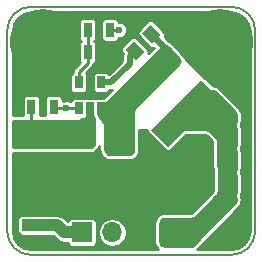
<source format=gbr>
G04 #@! TF.FileFunction,Copper,L1,Top,Signal*
%FSLAX46Y46*%
G04 Gerber Fmt 4.6, Leading zero omitted, Abs format (unit mm)*
G04 Created by KiCad (PCBNEW 4.0.5) date Sunday, 09. April 2017 'u35' 15:35:46*
%MOMM*%
%LPD*%
G01*
G04 APERTURE LIST*
%ADD10C,0.100000*%
%ADD11C,0.150000*%
%ADD12R,0.650000X1.060000*%
%ADD13C,5.600000*%
%ADD14R,2.300000X2.500000*%
%ADD15R,1.700000X1.700000*%
%ADD16O,1.700000X1.700000*%
%ADD17R,0.700000X1.300000*%
%ADD18R,2.500000X1.000000*%
%ADD19R,1.000000X2.500000*%
%ADD20C,0.600000*%
%ADD21C,0.250000*%
%ADD22C,0.500000*%
%ADD23C,1.000000*%
%ADD24C,0.254000*%
G04 APERTURE END LIST*
D10*
D11*
X139000000Y-110000000D02*
G75*
G03X141000000Y-108000000I0J2000000D01*
G01*
X120000000Y-108000000D02*
G75*
G03X122000000Y-110000000I2000000J0D01*
G01*
X141000000Y-91000000D02*
G75*
G03X139000000Y-89000000I-2000000J0D01*
G01*
X122000000Y-89000000D02*
G75*
G03X120000000Y-91000000I0J-2000000D01*
G01*
X139000000Y-110000000D02*
X122000000Y-110000000D01*
X141000000Y-91000000D02*
X141000000Y-108000000D01*
X122000000Y-89000000D02*
X139000000Y-89000000D01*
X120000000Y-108000000D02*
X120000000Y-91000000D01*
D12*
X127950000Y-95400000D03*
X127000000Y-95400000D03*
X126050000Y-95400000D03*
X126050000Y-97600000D03*
X127950000Y-97600000D03*
X127000000Y-97600000D03*
D13*
X138000000Y-92000000D03*
X123000000Y-92000000D03*
D10*
G36*
X130881281Y-93502602D02*
X129997398Y-92618719D01*
X130704505Y-91911612D01*
X131588388Y-92795495D01*
X130881281Y-93502602D01*
X130881281Y-93502602D01*
G37*
G36*
X132295495Y-92088388D02*
X131411612Y-91204505D01*
X132118719Y-90497398D01*
X133002602Y-91381281D01*
X132295495Y-92088388D01*
X132295495Y-92088388D01*
G37*
D14*
X129500000Y-100230000D03*
X129500000Y-104530000D03*
D15*
X126350000Y-108095000D03*
D16*
X128890000Y-108095000D03*
X131430000Y-108095000D03*
X133970000Y-108095000D03*
D17*
X123950000Y-97500000D03*
X122050000Y-97500000D03*
X128705000Y-90950000D03*
X126805000Y-90950000D03*
X126805000Y-92855000D03*
X128705000Y-92855000D03*
D10*
G36*
X137848707Y-96606066D02*
X133606066Y-100848707D01*
X132191853Y-99434494D01*
X136434494Y-95191853D01*
X137848707Y-96606066D01*
X137848707Y-96606066D01*
G37*
G36*
X134808147Y-93565506D02*
X130565506Y-97808147D01*
X129151293Y-96393934D01*
X133393934Y-92151293D01*
X134808147Y-93565506D01*
X134808147Y-93565506D01*
G37*
D18*
X122500000Y-107500000D03*
X122500000Y-104500000D03*
X122500000Y-99500000D03*
X122500000Y-102500000D03*
X125500000Y-99500000D03*
X125500000Y-102500000D03*
D19*
X138500000Y-101500000D03*
X135500000Y-101500000D03*
X138500000Y-104500000D03*
X135500000Y-104500000D03*
D20*
X124500000Y-100500000D03*
X123500000Y-100500000D03*
X121500000Y-100500000D03*
X123500000Y-103500000D03*
X137000000Y-109000000D03*
X137000000Y-104500000D03*
X137000000Y-101500000D03*
X121000000Y-97000000D03*
X126500000Y-103500000D03*
X124500000Y-103500000D03*
X127500000Y-103500000D03*
X127500000Y-105500000D03*
X122000000Y-109000000D03*
X131500000Y-105500000D03*
X131500000Y-103500000D03*
X128000000Y-96500000D03*
X126000000Y-96500000D03*
X127000000Y-96500000D03*
X126000000Y-90000000D03*
X121000000Y-95000000D03*
X140000000Y-99000000D03*
X140000000Y-101000000D03*
X131000000Y-90000000D03*
X133000000Y-90000000D03*
X135000000Y-90000000D03*
X140000000Y-97000000D03*
X140000000Y-95000000D03*
X140000000Y-103000000D03*
X139000000Y-109000000D03*
X140000000Y-108000000D03*
X140000000Y-105000000D03*
X138645000Y-103000000D03*
X129500000Y-90950000D03*
X125000000Y-97600000D03*
D21*
X125500000Y-99500000D02*
X124500000Y-100500000D01*
X122500000Y-99500000D02*
X123500000Y-100500000D01*
X122500000Y-99500000D02*
X121500000Y-100500000D01*
D22*
X121425009Y-100200001D02*
X121125010Y-100500000D01*
X122000000Y-99625010D02*
X121425009Y-100200001D01*
X122000000Y-99500000D02*
X122000000Y-99625010D01*
D21*
X122050000Y-97500000D02*
X122050000Y-99450000D01*
X122050000Y-99450000D02*
X122000000Y-99500000D01*
X127000000Y-97600000D02*
X127000000Y-98380000D01*
X127000000Y-98380000D02*
X125880000Y-99500000D01*
X125880000Y-99500000D02*
X125500000Y-99500000D01*
D22*
X125500000Y-99500000D02*
X126500000Y-100500000D01*
X125500000Y-99500000D02*
X125500000Y-100500000D01*
X122000000Y-99500000D02*
X123000000Y-100500000D01*
X122000000Y-99500000D02*
X122000000Y-100500000D01*
D23*
X126350000Y-108095000D02*
X124845000Y-108095000D01*
X124845000Y-108095000D02*
X124250000Y-107500000D01*
X124250000Y-107500000D02*
X122000000Y-107500000D01*
D21*
X122500000Y-102500000D02*
X123500000Y-103500000D01*
X121000000Y-95000000D02*
X121000000Y-94000000D01*
X121000000Y-94000000D02*
X123000000Y-92000000D01*
X121000000Y-97000000D02*
X121000000Y-95000000D01*
X139000000Y-109000000D02*
X137000000Y-109000000D01*
X135500000Y-104500000D02*
X137000000Y-104500000D01*
X135500000Y-101500000D02*
X137000000Y-101500000D01*
X125500000Y-102500000D02*
X126500000Y-103500000D01*
X125500000Y-102500000D02*
X124500000Y-103500000D01*
X128100000Y-104530000D02*
X127500000Y-103930000D01*
X127500000Y-103930000D02*
X127500000Y-103500000D01*
X129500000Y-104530000D02*
X128100000Y-104530000D01*
X128100000Y-104530000D02*
X127500000Y-105130000D01*
X127500000Y-105130000D02*
X127500000Y-105500000D01*
X130900000Y-104530000D02*
X131500000Y-105130000D01*
X131500000Y-105130000D02*
X131500000Y-105500000D01*
X129500000Y-104530000D02*
X130900000Y-104530000D01*
X130900000Y-104530000D02*
X131500000Y-103930000D01*
X131500000Y-103930000D02*
X131500000Y-103500000D01*
X127000000Y-96500000D02*
X128000000Y-96500000D01*
X127000000Y-95400000D02*
X127000000Y-96500000D01*
X124000000Y-92000000D02*
X126000000Y-90000000D01*
X140000000Y-101000000D02*
X140000000Y-99000000D01*
X123000000Y-92000000D02*
X124000000Y-92000000D01*
X135000000Y-90000000D02*
X133000000Y-90000000D01*
X140000000Y-95000000D02*
X140000000Y-97000000D01*
X140000000Y-105000000D02*
X140000000Y-102000000D01*
X139000000Y-109000000D02*
X140000000Y-108000000D01*
D22*
X125945000Y-102205000D02*
X125715000Y-101975000D01*
X129175000Y-103895000D02*
X130415000Y-103895000D01*
X123175000Y-101975000D02*
X125715000Y-101975000D01*
X130368630Y-93806370D02*
X130368630Y-93131370D01*
X130368630Y-93131370D02*
X130792893Y-92707107D01*
X127950000Y-95400000D02*
X128775000Y-95400000D01*
X128775000Y-95400000D02*
X130368630Y-93806370D01*
D21*
X133914214Y-93414214D02*
X133500000Y-93828428D01*
X133914214Y-93000000D02*
X133914214Y-93414214D01*
D22*
X132207107Y-91292893D02*
X133914214Y-93000000D01*
X130710000Y-97130000D02*
X131810000Y-96030000D01*
X131810000Y-96030000D02*
X131810000Y-94110000D01*
X131810000Y-94110000D02*
X133065000Y-92855000D01*
X132065000Y-95650000D02*
X131810000Y-95395000D01*
X138645000Y-103650000D02*
X138645000Y-103000000D01*
X138645000Y-103000000D02*
X138645000Y-101745000D01*
D21*
X128705000Y-90950000D02*
X129500000Y-90950000D01*
X138645000Y-101110000D02*
X138645000Y-99800000D01*
X135020280Y-98020280D02*
X136865280Y-98020280D01*
X136865280Y-98020280D02*
X138645000Y-99800000D01*
D22*
X138645000Y-101110000D02*
X138645000Y-101745000D01*
X138645000Y-100475000D02*
X138645000Y-101110000D01*
X138645000Y-105960000D02*
X138645000Y-103650000D01*
X136510000Y-108095000D02*
X138645000Y-105960000D01*
X133970000Y-108095000D02*
X136510000Y-108095000D01*
D21*
X125000000Y-97600000D02*
X124050000Y-97600000D01*
X126050000Y-97600000D02*
X125000000Y-97600000D01*
X124050000Y-97600000D02*
X123950000Y-97500000D01*
X126805000Y-92855000D02*
X126805000Y-93755000D01*
X126050000Y-94510000D02*
X126050000Y-95400000D01*
X126805000Y-93755000D02*
X126050000Y-94510000D01*
X126805000Y-92855000D02*
X126805000Y-90950000D01*
X126805000Y-92520000D02*
X126805000Y-92220000D01*
D24*
G36*
X139587445Y-89581784D02*
X140085456Y-89914544D01*
X140418216Y-90412555D01*
X140544000Y-91044911D01*
X140544000Y-107955089D01*
X140418216Y-108587445D01*
X140085456Y-109085456D01*
X139587445Y-109418216D01*
X138955088Y-109544000D01*
X136091121Y-109544000D01*
X136130951Y-109512648D01*
X136168668Y-109478652D01*
X139632133Y-105910877D01*
X139677885Y-105853629D01*
X139782472Y-105693269D01*
X139837298Y-105558079D01*
X139873952Y-105370169D01*
X139881000Y-105297225D01*
X139881000Y-98207107D01*
X139877741Y-98157377D01*
X139860704Y-98027967D01*
X139834961Y-97931895D01*
X139785011Y-97811305D01*
X139735280Y-97725168D01*
X139655820Y-97621614D01*
X139622961Y-97584145D01*
X137915855Y-95877039D01*
X137858120Y-95829657D01*
X137695908Y-95721270D01*
X137558564Y-95664381D01*
X137431025Y-95639012D01*
X136709180Y-94917167D01*
X136590558Y-94836117D01*
X136492950Y-94814943D01*
X136489803Y-94810197D01*
X135189803Y-93510197D01*
X135184472Y-93506554D01*
X135168059Y-93419330D01*
X135082833Y-93290820D01*
X134984999Y-93192986D01*
X134891519Y-93044158D01*
X134846837Y-92986226D01*
X134031134Y-92116143D01*
X133985975Y-92075117D01*
X133859617Y-91977588D01*
X133752707Y-91919593D01*
X133711884Y-91905302D01*
X133352488Y-91545906D01*
X133358338Y-91537345D01*
X133391029Y-91386648D01*
X133362514Y-91235105D01*
X133277288Y-91106595D01*
X132393405Y-90222712D01*
X132274783Y-90141662D01*
X132124086Y-90108971D01*
X131972543Y-90137486D01*
X131844033Y-90222712D01*
X131136926Y-90929819D01*
X131055876Y-91048441D01*
X131023185Y-91199138D01*
X131051700Y-91350681D01*
X131136926Y-91479191D01*
X132020809Y-92363074D01*
X132139431Y-92444124D01*
X132290128Y-92476815D01*
X132406212Y-92454972D01*
X131953681Y-92907503D01*
X131976815Y-92800862D01*
X131948300Y-92649319D01*
X131863074Y-92520809D01*
X130979191Y-91636926D01*
X130860569Y-91555876D01*
X130709872Y-91523185D01*
X130558329Y-91551700D01*
X130429819Y-91636926D01*
X129722712Y-92344033D01*
X129641662Y-92462655D01*
X129608971Y-92613352D01*
X129637486Y-92764895D01*
X129722712Y-92893405D01*
X129774636Y-92945329D01*
X129737630Y-93131370D01*
X129737630Y-93545002D01*
X128604370Y-94678262D01*
X128553454Y-94599135D01*
X128426134Y-94512141D01*
X128275000Y-94481536D01*
X127625000Y-94481536D01*
X127483810Y-94508103D01*
X127354135Y-94591546D01*
X127267141Y-94718866D01*
X127236536Y-94870000D01*
X127236536Y-95930000D01*
X127263103Y-96071190D01*
X127346546Y-96200865D01*
X127473866Y-96287859D01*
X127625000Y-96318464D01*
X128275000Y-96318464D01*
X128416190Y-96291897D01*
X128545865Y-96208454D01*
X128632859Y-96081134D01*
X128643011Y-96031000D01*
X128775000Y-96031000D01*
X128843886Y-96017298D01*
X128203573Y-96657611D01*
X128167766Y-96681536D01*
X127625000Y-96681536D01*
X127483810Y-96708103D01*
X127476813Y-96712605D01*
X127476134Y-96712141D01*
X127325000Y-96681536D01*
X126675000Y-96681536D01*
X126533810Y-96708103D01*
X126526813Y-96712605D01*
X126526134Y-96712141D01*
X126375000Y-96681536D01*
X125725000Y-96681536D01*
X125583810Y-96708103D01*
X125454135Y-96791546D01*
X125367141Y-96918866D01*
X125349170Y-97007612D01*
X125136054Y-96919118D01*
X124865135Y-96918882D01*
X124688464Y-96991880D01*
X124688464Y-96850000D01*
X124661897Y-96708810D01*
X124578454Y-96579135D01*
X124451134Y-96492141D01*
X124300000Y-96461536D01*
X123600000Y-96461536D01*
X123458810Y-96488103D01*
X123329135Y-96571546D01*
X123242141Y-96698866D01*
X123211536Y-96850000D01*
X123211536Y-98119000D01*
X122788464Y-98119000D01*
X122788464Y-96850000D01*
X122761897Y-96708810D01*
X122678454Y-96579135D01*
X122551134Y-96492141D01*
X122400000Y-96461536D01*
X121700000Y-96461536D01*
X121558810Y-96488103D01*
X121429135Y-96571546D01*
X121342141Y-96698866D01*
X121311536Y-96850000D01*
X121311536Y-98119000D01*
X120500000Y-98119000D01*
X120456000Y-98123334D01*
X120456000Y-94870000D01*
X125336536Y-94870000D01*
X125336536Y-95930000D01*
X125363103Y-96071190D01*
X125446546Y-96200865D01*
X125573866Y-96287859D01*
X125725000Y-96318464D01*
X126375000Y-96318464D01*
X126516190Y-96291897D01*
X126645865Y-96208454D01*
X126732859Y-96081134D01*
X126763464Y-95930000D01*
X126763464Y-94870000D01*
X126736897Y-94728810D01*
X126662460Y-94613132D01*
X127162796Y-94112796D01*
X127272483Y-93948638D01*
X127288453Y-93868353D01*
X127296190Y-93866897D01*
X127425865Y-93783454D01*
X127512859Y-93656134D01*
X127543464Y-93505000D01*
X127543464Y-92205000D01*
X127516897Y-92063810D01*
X127433454Y-91934135D01*
X127387805Y-91902945D01*
X127425865Y-91878454D01*
X127512859Y-91751134D01*
X127543464Y-91600000D01*
X127543464Y-90300000D01*
X127966536Y-90300000D01*
X127966536Y-91600000D01*
X127993103Y-91741190D01*
X128076546Y-91870865D01*
X128203866Y-91957859D01*
X128355000Y-91988464D01*
X129055000Y-91988464D01*
X129196190Y-91961897D01*
X129325865Y-91878454D01*
X129412859Y-91751134D01*
X129437197Y-91630946D01*
X129634865Y-91631118D01*
X129885252Y-91527661D01*
X130076987Y-91336259D01*
X130180882Y-91086054D01*
X130181118Y-90815135D01*
X130077661Y-90564748D01*
X129886259Y-90373013D01*
X129636054Y-90269118D01*
X129437621Y-90268945D01*
X129416897Y-90158810D01*
X129333454Y-90029135D01*
X129206134Y-89942141D01*
X129055000Y-89911536D01*
X128355000Y-89911536D01*
X128213810Y-89938103D01*
X128084135Y-90021546D01*
X127997141Y-90148866D01*
X127966536Y-90300000D01*
X127543464Y-90300000D01*
X127516897Y-90158810D01*
X127433454Y-90029135D01*
X127306134Y-89942141D01*
X127155000Y-89911536D01*
X126455000Y-89911536D01*
X126313810Y-89938103D01*
X126184135Y-90021546D01*
X126097141Y-90148866D01*
X126066536Y-90300000D01*
X126066536Y-91600000D01*
X126093103Y-91741190D01*
X126176546Y-91870865D01*
X126222195Y-91902055D01*
X126184135Y-91926546D01*
X126097141Y-92053866D01*
X126066536Y-92205000D01*
X126066536Y-93505000D01*
X126093103Y-93646190D01*
X126134259Y-93710149D01*
X125692204Y-94152204D01*
X125582517Y-94316362D01*
X125544000Y-94510000D01*
X125544000Y-94533720D01*
X125454135Y-94591546D01*
X125367141Y-94718866D01*
X125336536Y-94870000D01*
X120456000Y-94870000D01*
X120456000Y-91044912D01*
X120581784Y-90412555D01*
X120914544Y-89914544D01*
X121412555Y-89581784D01*
X122044911Y-89456000D01*
X138955088Y-89456000D01*
X139587445Y-89581784D01*
X139587445Y-89581784D01*
G37*
X139587445Y-89581784D02*
X140085456Y-89914544D01*
X140418216Y-90412555D01*
X140544000Y-91044911D01*
X140544000Y-107955089D01*
X140418216Y-108587445D01*
X140085456Y-109085456D01*
X139587445Y-109418216D01*
X138955088Y-109544000D01*
X136091121Y-109544000D01*
X136130951Y-109512648D01*
X136168668Y-109478652D01*
X139632133Y-105910877D01*
X139677885Y-105853629D01*
X139782472Y-105693269D01*
X139837298Y-105558079D01*
X139873952Y-105370169D01*
X139881000Y-105297225D01*
X139881000Y-98207107D01*
X139877741Y-98157377D01*
X139860704Y-98027967D01*
X139834961Y-97931895D01*
X139785011Y-97811305D01*
X139735280Y-97725168D01*
X139655820Y-97621614D01*
X139622961Y-97584145D01*
X137915855Y-95877039D01*
X137858120Y-95829657D01*
X137695908Y-95721270D01*
X137558564Y-95664381D01*
X137431025Y-95639012D01*
X136709180Y-94917167D01*
X136590558Y-94836117D01*
X136492950Y-94814943D01*
X136489803Y-94810197D01*
X135189803Y-93510197D01*
X135184472Y-93506554D01*
X135168059Y-93419330D01*
X135082833Y-93290820D01*
X134984999Y-93192986D01*
X134891519Y-93044158D01*
X134846837Y-92986226D01*
X134031134Y-92116143D01*
X133985975Y-92075117D01*
X133859617Y-91977588D01*
X133752707Y-91919593D01*
X133711884Y-91905302D01*
X133352488Y-91545906D01*
X133358338Y-91537345D01*
X133391029Y-91386648D01*
X133362514Y-91235105D01*
X133277288Y-91106595D01*
X132393405Y-90222712D01*
X132274783Y-90141662D01*
X132124086Y-90108971D01*
X131972543Y-90137486D01*
X131844033Y-90222712D01*
X131136926Y-90929819D01*
X131055876Y-91048441D01*
X131023185Y-91199138D01*
X131051700Y-91350681D01*
X131136926Y-91479191D01*
X132020809Y-92363074D01*
X132139431Y-92444124D01*
X132290128Y-92476815D01*
X132406212Y-92454972D01*
X131953681Y-92907503D01*
X131976815Y-92800862D01*
X131948300Y-92649319D01*
X131863074Y-92520809D01*
X130979191Y-91636926D01*
X130860569Y-91555876D01*
X130709872Y-91523185D01*
X130558329Y-91551700D01*
X130429819Y-91636926D01*
X129722712Y-92344033D01*
X129641662Y-92462655D01*
X129608971Y-92613352D01*
X129637486Y-92764895D01*
X129722712Y-92893405D01*
X129774636Y-92945329D01*
X129737630Y-93131370D01*
X129737630Y-93545002D01*
X128604370Y-94678262D01*
X128553454Y-94599135D01*
X128426134Y-94512141D01*
X128275000Y-94481536D01*
X127625000Y-94481536D01*
X127483810Y-94508103D01*
X127354135Y-94591546D01*
X127267141Y-94718866D01*
X127236536Y-94870000D01*
X127236536Y-95930000D01*
X127263103Y-96071190D01*
X127346546Y-96200865D01*
X127473866Y-96287859D01*
X127625000Y-96318464D01*
X128275000Y-96318464D01*
X128416190Y-96291897D01*
X128545865Y-96208454D01*
X128632859Y-96081134D01*
X128643011Y-96031000D01*
X128775000Y-96031000D01*
X128843886Y-96017298D01*
X128203573Y-96657611D01*
X128167766Y-96681536D01*
X127625000Y-96681536D01*
X127483810Y-96708103D01*
X127476813Y-96712605D01*
X127476134Y-96712141D01*
X127325000Y-96681536D01*
X126675000Y-96681536D01*
X126533810Y-96708103D01*
X126526813Y-96712605D01*
X126526134Y-96712141D01*
X126375000Y-96681536D01*
X125725000Y-96681536D01*
X125583810Y-96708103D01*
X125454135Y-96791546D01*
X125367141Y-96918866D01*
X125349170Y-97007612D01*
X125136054Y-96919118D01*
X124865135Y-96918882D01*
X124688464Y-96991880D01*
X124688464Y-96850000D01*
X124661897Y-96708810D01*
X124578454Y-96579135D01*
X124451134Y-96492141D01*
X124300000Y-96461536D01*
X123600000Y-96461536D01*
X123458810Y-96488103D01*
X123329135Y-96571546D01*
X123242141Y-96698866D01*
X123211536Y-96850000D01*
X123211536Y-98119000D01*
X122788464Y-98119000D01*
X122788464Y-96850000D01*
X122761897Y-96708810D01*
X122678454Y-96579135D01*
X122551134Y-96492141D01*
X122400000Y-96461536D01*
X121700000Y-96461536D01*
X121558810Y-96488103D01*
X121429135Y-96571546D01*
X121342141Y-96698866D01*
X121311536Y-96850000D01*
X121311536Y-98119000D01*
X120500000Y-98119000D01*
X120456000Y-98123334D01*
X120456000Y-94870000D01*
X125336536Y-94870000D01*
X125336536Y-95930000D01*
X125363103Y-96071190D01*
X125446546Y-96200865D01*
X125573866Y-96287859D01*
X125725000Y-96318464D01*
X126375000Y-96318464D01*
X126516190Y-96291897D01*
X126645865Y-96208454D01*
X126732859Y-96081134D01*
X126763464Y-95930000D01*
X126763464Y-94870000D01*
X126736897Y-94728810D01*
X126662460Y-94613132D01*
X127162796Y-94112796D01*
X127272483Y-93948638D01*
X127288453Y-93868353D01*
X127296190Y-93866897D01*
X127425865Y-93783454D01*
X127512859Y-93656134D01*
X127543464Y-93505000D01*
X127543464Y-92205000D01*
X127516897Y-92063810D01*
X127433454Y-91934135D01*
X127387805Y-91902945D01*
X127425865Y-91878454D01*
X127512859Y-91751134D01*
X127543464Y-91600000D01*
X127543464Y-90300000D01*
X127966536Y-90300000D01*
X127966536Y-91600000D01*
X127993103Y-91741190D01*
X128076546Y-91870865D01*
X128203866Y-91957859D01*
X128355000Y-91988464D01*
X129055000Y-91988464D01*
X129196190Y-91961897D01*
X129325865Y-91878454D01*
X129412859Y-91751134D01*
X129437197Y-91630946D01*
X129634865Y-91631118D01*
X129885252Y-91527661D01*
X130076987Y-91336259D01*
X130180882Y-91086054D01*
X130181118Y-90815135D01*
X130077661Y-90564748D01*
X129886259Y-90373013D01*
X129636054Y-90269118D01*
X129437621Y-90268945D01*
X129416897Y-90158810D01*
X129333454Y-90029135D01*
X129206134Y-89942141D01*
X129055000Y-89911536D01*
X128355000Y-89911536D01*
X128213810Y-89938103D01*
X128084135Y-90021546D01*
X127997141Y-90148866D01*
X127966536Y-90300000D01*
X127543464Y-90300000D01*
X127516897Y-90158810D01*
X127433454Y-90029135D01*
X127306134Y-89942141D01*
X127155000Y-89911536D01*
X126455000Y-89911536D01*
X126313810Y-89938103D01*
X126184135Y-90021546D01*
X126097141Y-90148866D01*
X126066536Y-90300000D01*
X126066536Y-91600000D01*
X126093103Y-91741190D01*
X126176546Y-91870865D01*
X126222195Y-91902055D01*
X126184135Y-91926546D01*
X126097141Y-92053866D01*
X126066536Y-92205000D01*
X126066536Y-93505000D01*
X126093103Y-93646190D01*
X126134259Y-93710149D01*
X125692204Y-94152204D01*
X125582517Y-94316362D01*
X125544000Y-94510000D01*
X125544000Y-94533720D01*
X125454135Y-94591546D01*
X125367141Y-94718866D01*
X125336536Y-94870000D01*
X120456000Y-94870000D01*
X120456000Y-91044912D01*
X120581784Y-90412555D01*
X120914544Y-89914544D01*
X121412555Y-89581784D01*
X122044911Y-89456000D01*
X138955088Y-89456000D01*
X139587445Y-89581784D01*
G36*
X131803426Y-99429127D02*
X131831941Y-99580670D01*
X131917167Y-99709180D01*
X133331380Y-101123393D01*
X133450002Y-101204443D01*
X133600699Y-101237134D01*
X133752242Y-101208619D01*
X133880752Y-101123393D01*
X135123145Y-99881000D01*
X136755369Y-99881000D01*
X136835574Y-99896954D01*
X136903573Y-99942389D01*
X137320571Y-100359387D01*
X137365853Y-100427011D01*
X137381969Y-100506789D01*
X137398076Y-104561146D01*
X137390993Y-104616362D01*
X137379436Y-104644421D01*
X137345577Y-104688607D01*
X135651573Y-106382611D01*
X135583574Y-106428046D01*
X135503369Y-106444000D01*
X133327000Y-106444000D01*
X133252671Y-106451321D01*
X133061329Y-106489381D01*
X132923984Y-106546271D01*
X132761773Y-106654658D01*
X132656658Y-106759773D01*
X132548271Y-106921984D01*
X132491381Y-107059329D01*
X132453321Y-107250671D01*
X132446000Y-107325000D01*
X132446000Y-108865000D01*
X132453321Y-108939329D01*
X132491381Y-109130671D01*
X132548271Y-109268016D01*
X132656658Y-109430227D01*
X132761773Y-109535342D01*
X132774730Y-109544000D01*
X122044911Y-109544000D01*
X121412555Y-109418216D01*
X120914544Y-109085456D01*
X120581784Y-108587445D01*
X120456000Y-107955088D01*
X120456000Y-107000000D01*
X120861536Y-107000000D01*
X120861536Y-108000000D01*
X120888103Y-108141190D01*
X120971546Y-108270865D01*
X121098866Y-108357859D01*
X121250000Y-108388464D01*
X123750000Y-108388464D01*
X123789667Y-108381000D01*
X123885078Y-108381000D01*
X124222039Y-108717961D01*
X124507856Y-108908938D01*
X124845000Y-108976000D01*
X125117369Y-108976000D01*
X125138103Y-109086190D01*
X125221546Y-109215865D01*
X125348866Y-109302859D01*
X125500000Y-109333464D01*
X127200000Y-109333464D01*
X127341190Y-109306897D01*
X127470865Y-109223454D01*
X127557859Y-109096134D01*
X127588464Y-108945000D01*
X127588464Y-108070883D01*
X127659000Y-108070883D01*
X127659000Y-108119117D01*
X127752704Y-108590200D01*
X128019552Y-108989565D01*
X128418917Y-109256413D01*
X128890000Y-109350117D01*
X129361083Y-109256413D01*
X129760448Y-108989565D01*
X130027296Y-108590200D01*
X130121000Y-108119117D01*
X130121000Y-108070883D01*
X130027296Y-107599800D01*
X129760448Y-107200435D01*
X129361083Y-106933587D01*
X128890000Y-106839883D01*
X128418917Y-106933587D01*
X128019552Y-107200435D01*
X127752704Y-107599800D01*
X127659000Y-108070883D01*
X127588464Y-108070883D01*
X127588464Y-107245000D01*
X127561897Y-107103810D01*
X127478454Y-106974135D01*
X127351134Y-106887141D01*
X127200000Y-106856536D01*
X125500000Y-106856536D01*
X125358810Y-106883103D01*
X125229135Y-106966546D01*
X125142141Y-107093866D01*
X125133325Y-107137403D01*
X124872961Y-106877039D01*
X124587144Y-106686062D01*
X124250000Y-106619000D01*
X123786859Y-106619000D01*
X123750000Y-106611536D01*
X121250000Y-106611536D01*
X121108810Y-106638103D01*
X120979135Y-106721546D01*
X120892141Y-106848866D01*
X120861536Y-107000000D01*
X120456000Y-107000000D01*
X120456000Y-101376666D01*
X120500000Y-101381000D01*
X127000000Y-101381000D01*
X127074329Y-101373679D01*
X127265671Y-101335619D01*
X127403016Y-101278729D01*
X127565227Y-101170342D01*
X127670342Y-101065227D01*
X127778729Y-100903016D01*
X127819000Y-100805793D01*
X127819000Y-101100000D01*
X127826321Y-101174329D01*
X127864381Y-101365671D01*
X127921271Y-101503016D01*
X127983348Y-101595920D01*
X127988103Y-101621190D01*
X128071546Y-101750865D01*
X128198866Y-101837859D01*
X128251887Y-101848596D01*
X128296984Y-101878729D01*
X128434329Y-101935619D01*
X128625671Y-101973679D01*
X128700000Y-101981000D01*
X130300000Y-101981000D01*
X130374329Y-101973679D01*
X130565671Y-101935619D01*
X130703016Y-101878729D01*
X130745182Y-101850554D01*
X130791190Y-101841897D01*
X130920865Y-101758454D01*
X131007859Y-101631134D01*
X131014267Y-101599489D01*
X131078729Y-101503016D01*
X131135619Y-101365671D01*
X131173679Y-101174329D01*
X131181000Y-101100000D01*
X131181000Y-99427000D01*
X131803887Y-99427000D01*
X131803426Y-99429127D01*
X131803426Y-99429127D01*
G37*
X131803426Y-99429127D02*
X131831941Y-99580670D01*
X131917167Y-99709180D01*
X133331380Y-101123393D01*
X133450002Y-101204443D01*
X133600699Y-101237134D01*
X133752242Y-101208619D01*
X133880752Y-101123393D01*
X135123145Y-99881000D01*
X136755369Y-99881000D01*
X136835574Y-99896954D01*
X136903573Y-99942389D01*
X137320571Y-100359387D01*
X137365853Y-100427011D01*
X137381969Y-100506789D01*
X137398076Y-104561146D01*
X137390993Y-104616362D01*
X137379436Y-104644421D01*
X137345577Y-104688607D01*
X135651573Y-106382611D01*
X135583574Y-106428046D01*
X135503369Y-106444000D01*
X133327000Y-106444000D01*
X133252671Y-106451321D01*
X133061329Y-106489381D01*
X132923984Y-106546271D01*
X132761773Y-106654658D01*
X132656658Y-106759773D01*
X132548271Y-106921984D01*
X132491381Y-107059329D01*
X132453321Y-107250671D01*
X132446000Y-107325000D01*
X132446000Y-108865000D01*
X132453321Y-108939329D01*
X132491381Y-109130671D01*
X132548271Y-109268016D01*
X132656658Y-109430227D01*
X132761773Y-109535342D01*
X132774730Y-109544000D01*
X122044911Y-109544000D01*
X121412555Y-109418216D01*
X120914544Y-109085456D01*
X120581784Y-108587445D01*
X120456000Y-107955088D01*
X120456000Y-107000000D01*
X120861536Y-107000000D01*
X120861536Y-108000000D01*
X120888103Y-108141190D01*
X120971546Y-108270865D01*
X121098866Y-108357859D01*
X121250000Y-108388464D01*
X123750000Y-108388464D01*
X123789667Y-108381000D01*
X123885078Y-108381000D01*
X124222039Y-108717961D01*
X124507856Y-108908938D01*
X124845000Y-108976000D01*
X125117369Y-108976000D01*
X125138103Y-109086190D01*
X125221546Y-109215865D01*
X125348866Y-109302859D01*
X125500000Y-109333464D01*
X127200000Y-109333464D01*
X127341190Y-109306897D01*
X127470865Y-109223454D01*
X127557859Y-109096134D01*
X127588464Y-108945000D01*
X127588464Y-108070883D01*
X127659000Y-108070883D01*
X127659000Y-108119117D01*
X127752704Y-108590200D01*
X128019552Y-108989565D01*
X128418917Y-109256413D01*
X128890000Y-109350117D01*
X129361083Y-109256413D01*
X129760448Y-108989565D01*
X130027296Y-108590200D01*
X130121000Y-108119117D01*
X130121000Y-108070883D01*
X130027296Y-107599800D01*
X129760448Y-107200435D01*
X129361083Y-106933587D01*
X128890000Y-106839883D01*
X128418917Y-106933587D01*
X128019552Y-107200435D01*
X127752704Y-107599800D01*
X127659000Y-108070883D01*
X127588464Y-108070883D01*
X127588464Y-107245000D01*
X127561897Y-107103810D01*
X127478454Y-106974135D01*
X127351134Y-106887141D01*
X127200000Y-106856536D01*
X125500000Y-106856536D01*
X125358810Y-106883103D01*
X125229135Y-106966546D01*
X125142141Y-107093866D01*
X125133325Y-107137403D01*
X124872961Y-106877039D01*
X124587144Y-106686062D01*
X124250000Y-106619000D01*
X123786859Y-106619000D01*
X123750000Y-106611536D01*
X121250000Y-106611536D01*
X121108810Y-106638103D01*
X120979135Y-106721546D01*
X120892141Y-106848866D01*
X120861536Y-107000000D01*
X120456000Y-107000000D01*
X120456000Y-101376666D01*
X120500000Y-101381000D01*
X127000000Y-101381000D01*
X127074329Y-101373679D01*
X127265671Y-101335619D01*
X127403016Y-101278729D01*
X127565227Y-101170342D01*
X127670342Y-101065227D01*
X127778729Y-100903016D01*
X127819000Y-100805793D01*
X127819000Y-101100000D01*
X127826321Y-101174329D01*
X127864381Y-101365671D01*
X127921271Y-101503016D01*
X127983348Y-101595920D01*
X127988103Y-101621190D01*
X128071546Y-101750865D01*
X128198866Y-101837859D01*
X128251887Y-101848596D01*
X128296984Y-101878729D01*
X128434329Y-101935619D01*
X128625671Y-101973679D01*
X128700000Y-101981000D01*
X130300000Y-101981000D01*
X130374329Y-101973679D01*
X130565671Y-101935619D01*
X130703016Y-101878729D01*
X130745182Y-101850554D01*
X130791190Y-101841897D01*
X130920865Y-101758454D01*
X131007859Y-101631134D01*
X131014267Y-101599489D01*
X131078729Y-101503016D01*
X131135619Y-101365671D01*
X131173679Y-101174329D01*
X131181000Y-101100000D01*
X131181000Y-99427000D01*
X131803887Y-99427000D01*
X131803426Y-99429127D01*
G36*
X133453585Y-92353109D02*
X133565481Y-92392280D01*
X133667504Y-92471026D01*
X134467855Y-93324733D01*
X134549847Y-93455271D01*
X134574680Y-93594754D01*
X134545363Y-93733362D01*
X134459204Y-93861190D01*
X130856644Y-97463750D01*
X130840850Y-97482995D01*
X130732463Y-97645207D01*
X130713500Y-97690989D01*
X130675440Y-97882331D01*
X130673000Y-97907107D01*
X130673000Y-101087491D01*
X130642308Y-101241790D01*
X130561991Y-101361991D01*
X130441790Y-101442308D01*
X130287491Y-101473000D01*
X128712509Y-101473000D01*
X128558210Y-101442308D01*
X128438009Y-101361991D01*
X128357692Y-101241790D01*
X128327000Y-101087491D01*
X128327000Y-99089109D01*
X128325856Y-99072105D01*
X128307928Y-98939413D01*
X128298903Y-98906621D01*
X128246403Y-98783446D01*
X128228999Y-98754227D01*
X128145693Y-98649400D01*
X128134217Y-98636799D01*
X127847851Y-98361889D01*
X127780531Y-98277177D01*
X127741486Y-98185569D01*
X127727000Y-98078354D01*
X127727000Y-97462509D01*
X127746274Y-97365613D01*
X127794075Y-97294075D01*
X127865613Y-97246274D01*
X127962509Y-97227000D01*
X128092893Y-97227000D01*
X128117669Y-97224560D01*
X128309011Y-97186500D01*
X128354793Y-97167537D01*
X128517005Y-97059150D01*
X128536250Y-97043356D01*
X133117448Y-92462158D01*
X133221961Y-92386739D01*
X133335056Y-92351198D01*
X133453585Y-92353109D01*
X133453585Y-92353109D01*
G37*
X133453585Y-92353109D02*
X133565481Y-92392280D01*
X133667504Y-92471026D01*
X134467855Y-93324733D01*
X134549847Y-93455271D01*
X134574680Y-93594754D01*
X134545363Y-93733362D01*
X134459204Y-93861190D01*
X130856644Y-97463750D01*
X130840850Y-97482995D01*
X130732463Y-97645207D01*
X130713500Y-97690989D01*
X130675440Y-97882331D01*
X130673000Y-97907107D01*
X130673000Y-101087491D01*
X130642308Y-101241790D01*
X130561991Y-101361991D01*
X130441790Y-101442308D01*
X130287491Y-101473000D01*
X128712509Y-101473000D01*
X128558210Y-101442308D01*
X128438009Y-101361991D01*
X128357692Y-101241790D01*
X128327000Y-101087491D01*
X128327000Y-99089109D01*
X128325856Y-99072105D01*
X128307928Y-98939413D01*
X128298903Y-98906621D01*
X128246403Y-98783446D01*
X128228999Y-98754227D01*
X128145693Y-98649400D01*
X128134217Y-98636799D01*
X127847851Y-98361889D01*
X127780531Y-98277177D01*
X127741486Y-98185569D01*
X127727000Y-98078354D01*
X127727000Y-97462509D01*
X127746274Y-97365613D01*
X127794075Y-97294075D01*
X127865613Y-97246274D01*
X127962509Y-97227000D01*
X128092893Y-97227000D01*
X128117669Y-97224560D01*
X128309011Y-97186500D01*
X128354793Y-97167537D01*
X128517005Y-97059150D01*
X128536250Y-97043356D01*
X133117448Y-92462158D01*
X133221961Y-92386739D01*
X133335056Y-92351198D01*
X133453585Y-92353109D01*
G36*
X137434681Y-96157691D02*
X137565489Y-96245095D01*
X139257866Y-97937472D01*
X139322078Y-98021155D01*
X139359231Y-98110850D01*
X139373000Y-98215435D01*
X139373000Y-98734185D01*
X139319118Y-98863946D01*
X139318882Y-99134865D01*
X139373000Y-99265842D01*
X139373000Y-100734185D01*
X139319118Y-100863946D01*
X139318882Y-101134865D01*
X139373000Y-101265842D01*
X139373000Y-102734185D01*
X139319118Y-102863946D01*
X139318882Y-103134865D01*
X139373000Y-103265842D01*
X139373000Y-104734185D01*
X139319118Y-104863946D01*
X139318882Y-105134865D01*
X139373000Y-105265842D01*
X139373000Y-105284952D01*
X139343437Y-105436508D01*
X139259089Y-105565836D01*
X135810076Y-109118724D01*
X135725641Y-109185187D01*
X135634554Y-109223711D01*
X135528054Y-109238000D01*
X133339509Y-109238000D01*
X133185210Y-109207308D01*
X133065009Y-109126991D01*
X132984692Y-109006790D01*
X132954000Y-108852491D01*
X132954000Y-107337509D01*
X132984692Y-107183210D01*
X133065009Y-107063009D01*
X133185210Y-106982692D01*
X133339509Y-106952000D01*
X135540893Y-106952000D01*
X135565669Y-106949560D01*
X135757011Y-106911500D01*
X135802793Y-106892537D01*
X135965005Y-106784150D01*
X135984250Y-106768356D01*
X137722533Y-105030073D01*
X137733537Y-105017516D01*
X137813327Y-104913389D01*
X137829949Y-104884511D01*
X137879910Y-104763215D01*
X137888449Y-104731007D01*
X137905141Y-104600890D01*
X137906172Y-104584225D01*
X137889817Y-100467438D01*
X137887303Y-100442796D01*
X137848866Y-100252523D01*
X137829907Y-100207008D01*
X137721901Y-100045713D01*
X137706178Y-100026572D01*
X137236250Y-99556644D01*
X137217005Y-99540850D01*
X137054793Y-99432463D01*
X137009011Y-99413500D01*
X136817669Y-99375440D01*
X136792893Y-99373000D01*
X134512509Y-99373000D01*
X134358210Y-99342308D01*
X134238009Y-99261991D01*
X134157692Y-99141790D01*
X134127000Y-98987491D01*
X134127000Y-98219616D01*
X134157691Y-98065319D01*
X134245095Y-97934511D01*
X135934511Y-96245095D01*
X136065319Y-96157691D01*
X136219616Y-96127000D01*
X137280384Y-96127000D01*
X137434681Y-96157691D01*
X137434681Y-96157691D01*
G37*
X137434681Y-96157691D02*
X137565489Y-96245095D01*
X139257866Y-97937472D01*
X139322078Y-98021155D01*
X139359231Y-98110850D01*
X139373000Y-98215435D01*
X139373000Y-98734185D01*
X139319118Y-98863946D01*
X139318882Y-99134865D01*
X139373000Y-99265842D01*
X139373000Y-100734185D01*
X139319118Y-100863946D01*
X139318882Y-101134865D01*
X139373000Y-101265842D01*
X139373000Y-102734185D01*
X139319118Y-102863946D01*
X139318882Y-103134865D01*
X139373000Y-103265842D01*
X139373000Y-104734185D01*
X139319118Y-104863946D01*
X139318882Y-105134865D01*
X139373000Y-105265842D01*
X139373000Y-105284952D01*
X139343437Y-105436508D01*
X139259089Y-105565836D01*
X135810076Y-109118724D01*
X135725641Y-109185187D01*
X135634554Y-109223711D01*
X135528054Y-109238000D01*
X133339509Y-109238000D01*
X133185210Y-109207308D01*
X133065009Y-109126991D01*
X132984692Y-109006790D01*
X132954000Y-108852491D01*
X132954000Y-107337509D01*
X132984692Y-107183210D01*
X133065009Y-107063009D01*
X133185210Y-106982692D01*
X133339509Y-106952000D01*
X135540893Y-106952000D01*
X135565669Y-106949560D01*
X135757011Y-106911500D01*
X135802793Y-106892537D01*
X135965005Y-106784150D01*
X135984250Y-106768356D01*
X137722533Y-105030073D01*
X137733537Y-105017516D01*
X137813327Y-104913389D01*
X137829949Y-104884511D01*
X137879910Y-104763215D01*
X137888449Y-104731007D01*
X137905141Y-104600890D01*
X137906172Y-104584225D01*
X137889817Y-100467438D01*
X137887303Y-100442796D01*
X137848866Y-100252523D01*
X137829907Y-100207008D01*
X137721901Y-100045713D01*
X137706178Y-100026572D01*
X137236250Y-99556644D01*
X137217005Y-99540850D01*
X137054793Y-99432463D01*
X137009011Y-99413500D01*
X136817669Y-99375440D01*
X136792893Y-99373000D01*
X134512509Y-99373000D01*
X134358210Y-99342308D01*
X134238009Y-99261991D01*
X134157692Y-99141790D01*
X134127000Y-98987491D01*
X134127000Y-98219616D01*
X134157691Y-98065319D01*
X134245095Y-97934511D01*
X135934511Y-96245095D01*
X136065319Y-96157691D01*
X136219616Y-96127000D01*
X137280384Y-96127000D01*
X137434681Y-96157691D01*
G36*
X127141790Y-97657692D02*
X127219000Y-97709283D01*
X127219000Y-98086891D01*
X127222431Y-98137904D01*
X127240359Y-98270596D01*
X127267436Y-98368971D01*
X127319936Y-98492146D01*
X127372147Y-98579802D01*
X127373000Y-98580875D01*
X127373000Y-100487491D01*
X127342308Y-100641790D01*
X127261991Y-100761991D01*
X127141790Y-100842308D01*
X126987491Y-100873000D01*
X120512509Y-100873000D01*
X120456000Y-100861760D01*
X120456000Y-98638240D01*
X120512509Y-98627000D01*
X126000000Y-98627000D01*
X126024776Y-98624560D01*
X126216118Y-98586500D01*
X126261900Y-98567536D01*
X126335341Y-98518464D01*
X126375000Y-98518464D01*
X126516190Y-98491897D01*
X126645865Y-98408454D01*
X126732859Y-98281134D01*
X126763464Y-98130000D01*
X126763464Y-97721000D01*
X126858210Y-97657692D01*
X127000000Y-97629488D01*
X127141790Y-97657692D01*
X127141790Y-97657692D01*
G37*
X127141790Y-97657692D02*
X127219000Y-97709283D01*
X127219000Y-98086891D01*
X127222431Y-98137904D01*
X127240359Y-98270596D01*
X127267436Y-98368971D01*
X127319936Y-98492146D01*
X127372147Y-98579802D01*
X127373000Y-98580875D01*
X127373000Y-100487491D01*
X127342308Y-100641790D01*
X127261991Y-100761991D01*
X127141790Y-100842308D01*
X126987491Y-100873000D01*
X120512509Y-100873000D01*
X120456000Y-100861760D01*
X120456000Y-98638240D01*
X120512509Y-98627000D01*
X126000000Y-98627000D01*
X126024776Y-98624560D01*
X126216118Y-98586500D01*
X126261900Y-98567536D01*
X126335341Y-98518464D01*
X126375000Y-98518464D01*
X126516190Y-98491897D01*
X126645865Y-98408454D01*
X126732859Y-98281134D01*
X126763464Y-98130000D01*
X126763464Y-97721000D01*
X126858210Y-97657692D01*
X127000000Y-97629488D01*
X127141790Y-97657692D01*
M02*

</source>
